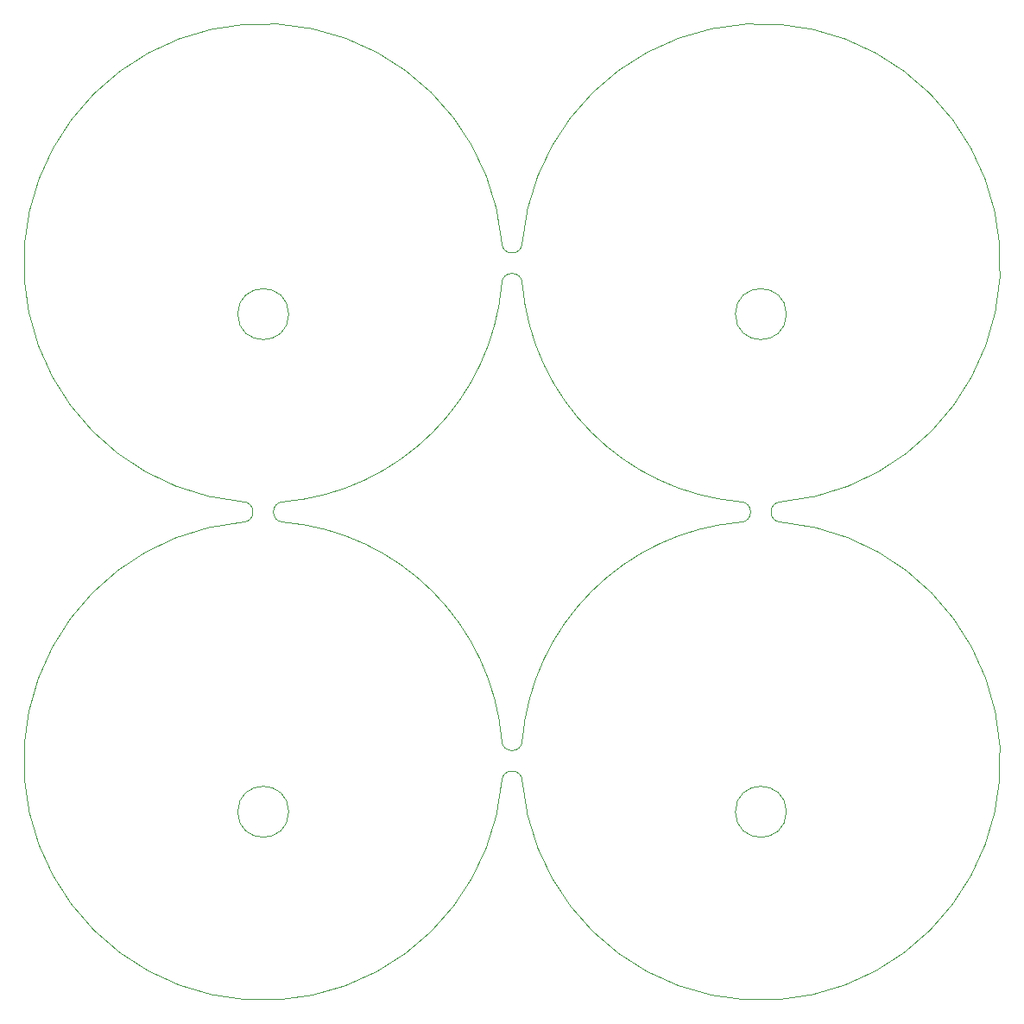
<source format=gm1>
G04 #@! TF.GenerationSoftware,KiCad,Pcbnew,7.0.5*
G04 #@! TF.CreationDate,2023-12-30T15:13:16+10:00*
G04 #@! TF.ProjectId,SimonGame,53696d6f-6e47-4616-9d65-2e6b69636164,rev?*
G04 #@! TF.SameCoordinates,Original*
G04 #@! TF.FileFunction,Profile,NP*
%FSLAX46Y46*%
G04 Gerber Fmt 4.6, Leading zero omitted, Abs format (unit mm)*
G04 Created by KiCad (PCBNEW 7.0.5) date 2023-12-30 15:13:16*
%MOMM*%
%LPD*%
G01*
G04 APERTURE LIST*
G04 #@! TA.AperFunction,Profile*
%ADD10C,0.038100*%
G04 #@! TD*
G04 APERTURE END LIST*
D10*
X110500003Y-117800000D02*
G75*
G03*
X135900000Y-92400003I23399997J2000000D01*
G01*
X83100000Y-92400003D02*
G75*
G03*
X108499997Y-117800000I2000000J-23399997D01*
G01*
X108499997Y-65000000D02*
G75*
G03*
X83100000Y-90399997I-23399997J-2000000D01*
G01*
X135900000Y-90399997D02*
G75*
G03*
X110500003Y-65000000I-2000000J23399997D01*
G01*
X110500001Y-69000000D02*
G75*
G03*
X108499999Y-69000000I-1000001J0D01*
G01*
X108499999Y-65000000D02*
G75*
G03*
X110500001Y-65000000I1000001J0D01*
G01*
X135900000Y-90399999D02*
G75*
G03*
X135900000Y-92400001I0J-1000001D01*
G01*
X131900000Y-92400001D02*
G75*
G03*
X131900000Y-90399999I0J1000001D01*
G01*
X108499999Y-113800000D02*
G75*
G03*
X110500001Y-113800000I1000001J0D01*
G01*
X110500001Y-117800000D02*
G75*
G03*
X108499999Y-117800000I-1000001J0D01*
G01*
X87100000Y-90399999D02*
G75*
G03*
X87100000Y-92400001I0J-1000001D01*
G01*
X83100000Y-92400001D02*
G75*
G03*
X83100000Y-90399999I0J1000001D01*
G01*
X136400000Y-120800000D02*
G75*
G03*
X136400000Y-120800000I-2500000J0D01*
G01*
X131900000Y-92400002D02*
G75*
G03*
X110500002Y-113800000I2000000J-23399998D01*
G01*
X87600000Y-120800000D02*
G75*
G03*
X87600000Y-120800000I-2500000J0D01*
G01*
X108499998Y-113800000D02*
G75*
G03*
X87100000Y-92400002I-23399998J-2000000D01*
G01*
X136400000Y-72000000D02*
G75*
G03*
X136400000Y-72000000I-2500000J0D01*
G01*
X110500002Y-69000000D02*
G75*
G03*
X131900000Y-90399998I23399998J2000000D01*
G01*
X87100000Y-90399998D02*
G75*
G03*
X108499998Y-69000000I-2000000J23399998D01*
G01*
X87600000Y-72000000D02*
G75*
G03*
X87600000Y-72000000I-2500000J0D01*
G01*
M02*

</source>
